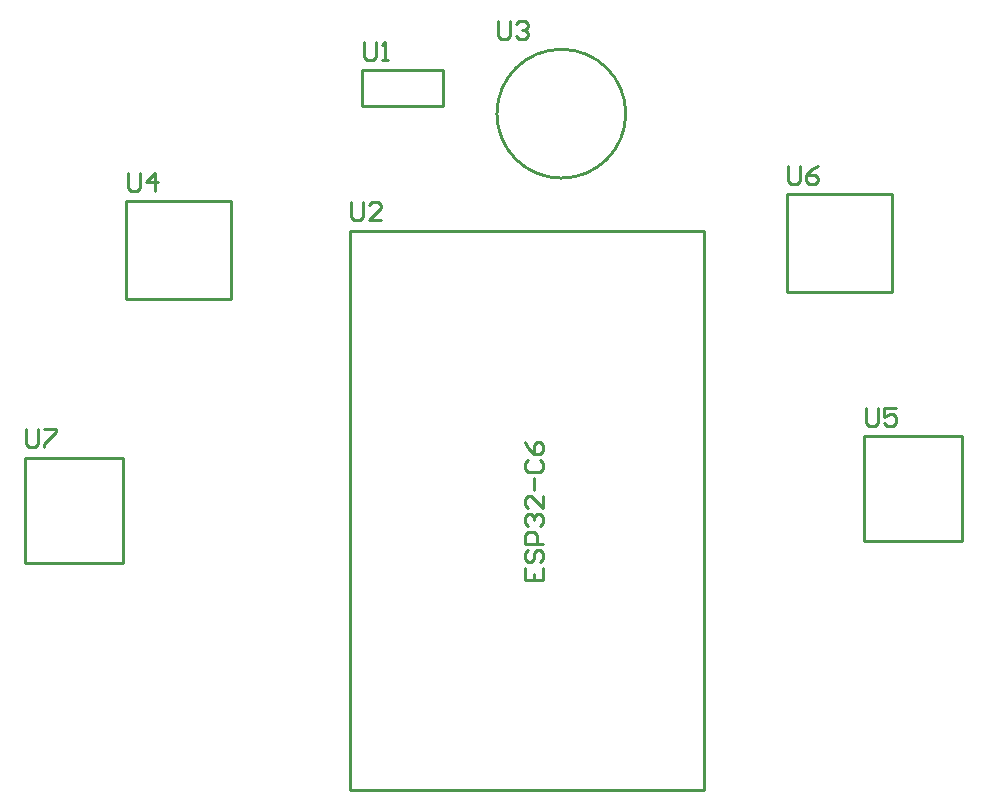
<source format=gbr>
G04*
G04 #@! TF.GenerationSoftware,Altium Limited,Altium Designer,25.3.3 (18)*
G04*
G04 Layer_Color=65535*
%FSLAX44Y44*%
%MOMM*%
G71*
G04*
G04 #@! TF.SameCoordinates,BFA56DCA-6B84-46F4-87B7-A1C525471511*
G04*
G04*
G04 #@! TF.FilePolarity,Positive*
G04*
G01*
G75*
%ADD10C,0.2540*%
D10*
X1132771Y908050D02*
G03*
X1132771Y908050I-54551J0D01*
G01*
X624120Y528010D02*
X706670D01*
X624120D02*
Y616910D01*
X706670D01*
Y528010D02*
Y616910D01*
X899270Y335280D02*
X924670D01*
X899270D02*
Y808990D01*
X1198990D01*
Y335280D02*
Y808990D01*
X906890Y335280D02*
X1198990D01*
X1334770Y546100D02*
X1417320D01*
X1334770D02*
Y635000D01*
X1417320D01*
Y546100D02*
Y635000D01*
X709930Y751290D02*
Y833840D01*
X798830D01*
Y751290D02*
Y833840D01*
X709930Y751290D02*
X798830D01*
X1357940Y757470D02*
Y840020D01*
X1269040Y757470D02*
X1357940D01*
X1269040D02*
Y840020D01*
X1357940D01*
X909640Y914400D02*
Y944880D01*
X978220Y914400D02*
Y944880D01*
X909640D02*
X978220D01*
X909640Y914400D02*
X978220D01*
X625348Y641091D02*
Y628395D01*
X627887Y625856D01*
X632966D01*
X635505Y628395D01*
Y641091D01*
X640583D02*
X650740D01*
Y638552D01*
X640583Y628395D01*
Y625856D01*
X1024890Y986785D02*
Y974089D01*
X1027429Y971550D01*
X1032507D01*
X1035047Y974089D01*
Y986785D01*
X1040125Y984246D02*
X1042664Y986785D01*
X1047743D01*
X1050282Y984246D01*
Y981707D01*
X1047743Y979167D01*
X1045203D01*
X1047743D01*
X1050282Y976628D01*
Y974089D01*
X1047743Y971550D01*
X1042664D01*
X1040125Y974089D01*
X900430Y833115D02*
Y820419D01*
X902969Y817880D01*
X908047D01*
X910587Y820419D01*
Y833115D01*
X925822Y817880D02*
X915665D01*
X925822Y828037D01*
Y830576D01*
X923283Y833115D01*
X918204D01*
X915665Y830576D01*
X1047865Y523237D02*
Y513080D01*
X1063100D01*
Y523237D01*
X1055482Y513080D02*
Y518158D01*
X1050404Y538472D02*
X1047865Y535933D01*
Y530854D01*
X1050404Y528315D01*
X1052943D01*
X1055482Y530854D01*
Y535933D01*
X1058022Y538472D01*
X1060561D01*
X1063100Y535933D01*
Y530854D01*
X1060561Y528315D01*
X1063100Y543550D02*
X1047865D01*
Y551168D01*
X1050404Y553707D01*
X1055482D01*
X1058022Y551168D01*
Y543550D01*
X1050404Y558785D02*
X1047865Y561324D01*
Y566403D01*
X1050404Y568942D01*
X1052943D01*
X1055482Y566403D01*
Y563864D01*
Y566403D01*
X1058022Y568942D01*
X1060561D01*
X1063100Y566403D01*
Y561324D01*
X1060561Y558785D01*
X1063100Y584177D02*
Y574020D01*
X1052943Y584177D01*
X1050404D01*
X1047865Y581638D01*
Y576559D01*
X1050404Y574020D01*
X1055482Y589255D02*
Y599412D01*
X1050404Y614647D02*
X1047865Y612108D01*
Y607030D01*
X1050404Y604490D01*
X1060561D01*
X1063100Y607030D01*
Y612108D01*
X1060561Y614647D01*
X1047865Y629882D02*
X1050404Y624804D01*
X1055482Y619725D01*
X1060561D01*
X1063100Y622265D01*
Y627343D01*
X1060561Y629882D01*
X1058022D01*
X1055482Y627343D01*
Y619725D01*
X1336040Y659125D02*
Y646429D01*
X1338579Y643890D01*
X1343658D01*
X1346197Y646429D01*
Y659125D01*
X1361432D02*
X1351275D01*
Y651507D01*
X1356353Y654047D01*
X1358893D01*
X1361432Y651507D01*
Y646429D01*
X1358893Y643890D01*
X1353814D01*
X1351275Y646429D01*
X711200Y858007D02*
Y845311D01*
X713739Y842772D01*
X718818D01*
X721357Y845311D01*
Y858007D01*
X734053Y842772D02*
Y858007D01*
X726435Y850389D01*
X736592D01*
X1270254Y864103D02*
Y851407D01*
X1272793Y848868D01*
X1277871D01*
X1280411Y851407D01*
Y864103D01*
X1295646D02*
X1290567Y861564D01*
X1285489Y856486D01*
Y851407D01*
X1288028Y848868D01*
X1293107D01*
X1295646Y851407D01*
Y853946D01*
X1293107Y856486D01*
X1285489D01*
X910844Y969005D02*
Y956309D01*
X913383Y953770D01*
X918462D01*
X921001Y956309D01*
Y969005D01*
X926079Y953770D02*
X931157D01*
X928618D01*
Y969005D01*
X926079Y966466D01*
M02*

</source>
